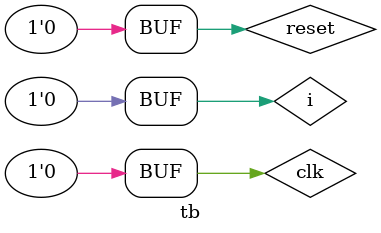
<source format=v>
module tb;
reg clk;
reg reset;
top topModule(clk, reset); // Instantiate MIPS top module
reg i;

initial begin
	clk = 0;
	reset = 0;
	#10;
	reset = 1;
	clk = 1;
	#10
	reset = 0;
	clk = 0;
	for (i = 0; i < 16; i = i + 1) begin
		// Cycle clock
		#10
		clk = 1;
		#10
		clk = 0;
	end
end

endmodule 
</source>
